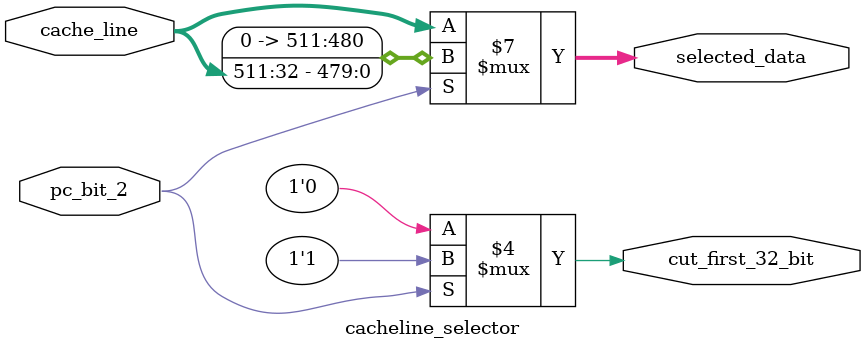
<source format=v>
module cacheline_selector (
    input [511:0] cache_line,       // 512-bit cache line input (16 instructions)
    input pc_bit_2,                 // PC[2] bit
    output reg cut_first_32_bit,
    output reg [511:0] selected_data // Output cache line after processing
);
    always @* begin
        if (pc_bit_2 == 1'b1) begin
            // Shift cache line to discard the lowest 32 bits (shift by 32 bits)
            selected_data = {32'b0,cache_line[511:32] };
            cut_first_32_bit = 1'b1;
        end else begin
            // No shift, keep the cache line as is
            selected_data = cache_line;
            cut_first_32_bit = 1'b0;
        end
    end
endmodule

</source>
